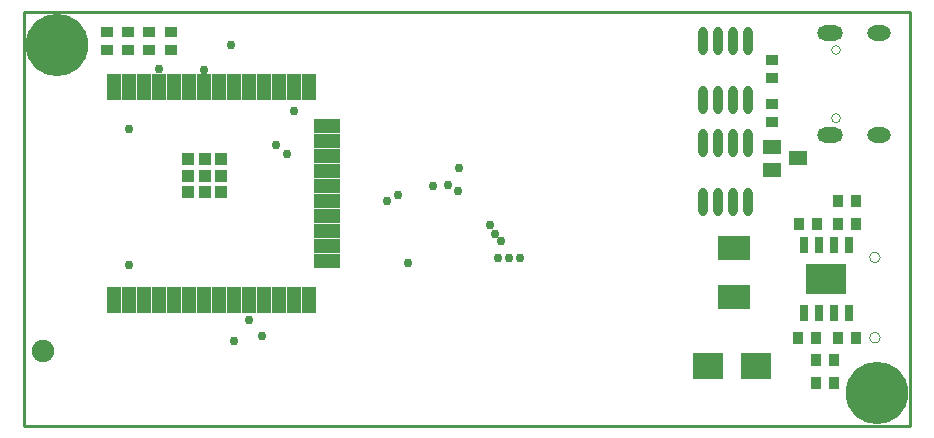
<source format=gbs>
G04*
G04 #@! TF.GenerationSoftware,Altium Limited,Altium Designer,20.0.13 (296)*
G04*
G04 Layer_Color=16711935*
%FSLAX24Y24*%
%MOIN*%
G70*
G01*
G75*
%ADD11C,0.0100*%
%ADD15C,0.0002*%
%ADD29R,0.0395X0.0379*%
%ADD31R,0.0379X0.0395*%
%ADD41O,0.0316X0.0946*%
%ADD43R,0.0631X0.0474*%
%ADD44C,0.0748*%
%ADD45O,0.0867X0.0513*%
%ADD46O,0.0789X0.0513*%
%ADD47C,0.2080*%
%ADD48C,0.0310*%
%ADD49C,0.0300*%
%ADD78R,0.0434X0.0434*%
%ADD79R,0.0454X0.0907*%
%ADD80R,0.0907X0.0454*%
%ADD81R,0.1064X0.0828*%
%ADD82R,0.1379X0.1025*%
%ADD83R,0.0316X0.0552*%
%ADD84R,0.1025X0.0867*%
D11*
X47331Y43678D02*
X47350D01*
X47331D02*
X47331Y29922D01*
X47350Y29900D01*
X17800Y43700D02*
X47328D01*
X17800D02*
X17800Y29900D01*
X47350D01*
D15*
X46348Y35523D02*
G03*
X46348Y35523I-177J0D01*
G01*
Y32846D02*
G03*
X46348Y32846I-177J0D01*
G01*
X45024Y42438D02*
G03*
X45024Y42438I-148J0D01*
G01*
Y40162D02*
G03*
X45024Y40162I-148J0D01*
G01*
D29*
X20561Y43049D02*
D03*
Y42451D02*
D03*
X21274Y43049D02*
D03*
Y42451D02*
D03*
X21987Y42451D02*
D03*
Y43049D02*
D03*
X22700Y43049D02*
D03*
Y42451D02*
D03*
X42750Y41500D02*
D03*
Y42098D02*
D03*
Y40648D02*
D03*
Y40050D02*
D03*
D31*
X43640Y36650D02*
D03*
X44238D02*
D03*
X45550D02*
D03*
X44952D02*
D03*
X45550Y37400D02*
D03*
X44952D02*
D03*
X43602Y32850D02*
D03*
X44200D02*
D03*
X44952D02*
D03*
X45550D02*
D03*
X44800Y32100D02*
D03*
X44202D02*
D03*
X44799Y31350D02*
D03*
X44201D02*
D03*
D41*
X40450Y42750D02*
D03*
X40950D02*
D03*
X41450D02*
D03*
X41950D02*
D03*
Y40781D02*
D03*
X41450D02*
D03*
X40950D02*
D03*
X40450D02*
D03*
Y39350D02*
D03*
X40950D02*
D03*
X41450D02*
D03*
X41950D02*
D03*
Y37381D02*
D03*
X41450D02*
D03*
X40950D02*
D03*
X40450D02*
D03*
D43*
X43616Y38826D02*
D03*
X42750Y39200D02*
D03*
Y38452D02*
D03*
D44*
X18448Y32400D02*
D03*
D45*
X44668Y39599D02*
D03*
Y43001D02*
D03*
D46*
X46313D02*
D03*
Y39599D02*
D03*
D47*
X18900Y42600D02*
D03*
X46250Y31000D02*
D03*
D48*
X19712Y42438D02*
D03*
X19652Y42946D02*
D03*
X19305Y43322D02*
D03*
X18803Y43422D02*
D03*
X18339Y43208D02*
D03*
X18088Y42762D02*
D03*
X18148Y42254D02*
D03*
X18495Y41878D02*
D03*
X18997Y41778D02*
D03*
X19461Y41992D02*
D03*
X46412Y31812D02*
D03*
X45904Y31752D02*
D03*
X45528Y31405D02*
D03*
X45428Y30903D02*
D03*
X45642Y30439D02*
D03*
X46088Y30188D02*
D03*
X46596Y30248D02*
D03*
X46972Y30595D02*
D03*
X47072Y31097D02*
D03*
X46858Y31561D02*
D03*
D49*
X30600Y35350D02*
D03*
X26800Y40400D02*
D03*
X33337Y36604D02*
D03*
X24700Y42601D02*
D03*
X32300Y38500D02*
D03*
X33700Y36062D02*
D03*
X33600Y35497D02*
D03*
X32273Y37750D02*
D03*
X31450Y37909D02*
D03*
X26567Y38972D02*
D03*
X23817Y41783D02*
D03*
X34330Y35486D02*
D03*
X33987D02*
D03*
X33500Y36300D02*
D03*
X31936Y37950D02*
D03*
X29900Y37414D02*
D03*
X30277Y37590D02*
D03*
X26200Y39268D02*
D03*
X24800Y32749D02*
D03*
X21300Y39800D02*
D03*
X21306Y35256D02*
D03*
X22306Y41800D02*
D03*
X25750Y32912D02*
D03*
X25306Y33450D02*
D03*
D78*
X24381Y37689D02*
D03*
Y38241D02*
D03*
Y38792D02*
D03*
X23279D02*
D03*
Y38241D02*
D03*
Y37689D02*
D03*
X23830D02*
D03*
Y38792D02*
D03*
Y38241D02*
D03*
D79*
X20806Y34107D02*
D03*
X21306D02*
D03*
X21806D02*
D03*
X22306D02*
D03*
X22806D02*
D03*
X23306D02*
D03*
X23806D02*
D03*
X24306D02*
D03*
X24806D02*
D03*
X25306D02*
D03*
X25806D02*
D03*
X26306D02*
D03*
X26806D02*
D03*
X27306D02*
D03*
Y41193D02*
D03*
X26806D02*
D03*
X26306D02*
D03*
X25806D02*
D03*
X25306D02*
D03*
X24806D02*
D03*
X24306D02*
D03*
X23806D02*
D03*
X23306D02*
D03*
X22806D02*
D03*
X22306D02*
D03*
X21806D02*
D03*
X21306D02*
D03*
X20806D02*
D03*
D80*
X27894Y35400D02*
D03*
Y35900D02*
D03*
Y36400D02*
D03*
Y36900D02*
D03*
Y37400D02*
D03*
Y37900D02*
D03*
Y38400D02*
D03*
Y38900D02*
D03*
Y39400D02*
D03*
Y39900D02*
D03*
D81*
X41481Y35823D02*
D03*
Y34209D02*
D03*
D82*
X44550Y34800D02*
D03*
D83*
X43800Y33655D02*
D03*
X44300D02*
D03*
X44800D02*
D03*
X45300D02*
D03*
Y35945D02*
D03*
X44800D02*
D03*
X44300D02*
D03*
X43800D02*
D03*
D84*
X40625Y31900D02*
D03*
X42200D02*
D03*
M02*

</source>
